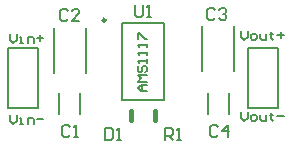
<source format=gbr>
%TF.GenerationSoftware,Altium Limited,Altium Designer,21.4.1 (30)*%
G04 Layer_Color=65535*
%FSLAX45Y45*%
%MOMM*%
%TF.SameCoordinates,540651E0-2A7D-4A38-944B-493F13BEE0D5*%
%TF.FilePolarity,Positive*%
%TF.FileFunction,Legend,Top*%
%TF.Part,Single*%
G01*
G75*
%TA.AperFunction,NonConductor*%
%ADD21C,0.18000*%
%ADD24C,0.25000*%
%ADD25C,0.20000*%
%ADD26C,0.40000*%
D21*
X11107200Y5733000D02*
X11053884D01*
X11027226Y5759658D01*
X11053884Y5786316D01*
X11107200D01*
X11067213D01*
Y5733000D01*
X11107200Y5812974D02*
X11027226D01*
X11053884Y5839632D01*
X11027226Y5866290D01*
X11107200D01*
X11040555Y5946264D02*
X11027226Y5932936D01*
Y5906277D01*
X11040555Y5892948D01*
X11053884D01*
X11067213Y5906277D01*
Y5932936D01*
X11080542Y5946264D01*
X11093871D01*
X11107200Y5932936D01*
Y5906277D01*
X11093871Y5892948D01*
X11107200Y5972923D02*
Y5999581D01*
Y5986252D01*
X11027226D01*
X11040555Y5972923D01*
X11107200Y6039568D02*
Y6066226D01*
Y6052897D01*
X11027226D01*
X11040555Y6039568D01*
X11107200Y6106213D02*
Y6132871D01*
Y6119542D01*
X11027226D01*
X11040555Y6106213D01*
X11027226Y6172858D02*
Y6226174D01*
X11040555D01*
X11093871Y6172858D01*
X11107200D01*
X11905200Y6244774D02*
Y6191458D01*
X11931858Y6164800D01*
X11958516Y6191458D01*
Y6244774D01*
X11998503Y6164800D02*
X12025161D01*
X12038490Y6178129D01*
Y6204787D01*
X12025161Y6218116D01*
X11998503D01*
X11985174Y6204787D01*
Y6178129D01*
X11998503Y6164800D01*
X12065148Y6218116D02*
Y6178129D01*
X12078477Y6164800D01*
X12118464D01*
Y6218116D01*
X12158452Y6231445D02*
Y6218116D01*
X12145123D01*
X12171781D01*
X12158452D01*
Y6178129D01*
X12171781Y6164800D01*
X12211768Y6204787D02*
X12265084D01*
X12238426Y6231445D02*
Y6178129D01*
X11905200Y5558974D02*
Y5505658D01*
X11931858Y5479000D01*
X11958516Y5505658D01*
Y5558974D01*
X11998503Y5479000D02*
X12025161D01*
X12038490Y5492329D01*
Y5518987D01*
X12025161Y5532316D01*
X11998503D01*
X11985174Y5518987D01*
Y5492329D01*
X11998503Y5479000D01*
X12065148Y5532316D02*
Y5492329D01*
X12078477Y5479000D01*
X12118464D01*
Y5532316D01*
X12158452Y5545645D02*
Y5532316D01*
X12145123D01*
X12171781D01*
X12158452D01*
Y5492329D01*
X12171781Y5479000D01*
X12211768Y5518987D02*
X12265084D01*
X9949400Y5533574D02*
Y5480258D01*
X9976058Y5453600D01*
X10002716Y5480258D01*
Y5533574D01*
X10029374Y5453600D02*
X10056032D01*
X10042703D01*
Y5506916D01*
X10029374D01*
X10096019Y5453600D02*
Y5506916D01*
X10136007D01*
X10149336Y5493587D01*
Y5453600D01*
X10175994Y5493587D02*
X10229310D01*
X9949400Y6219374D02*
Y6166058D01*
X9976058Y6139400D01*
X10002716Y6166058D01*
Y6219374D01*
X10029374Y6139400D02*
X10056032D01*
X10042703D01*
Y6192716D01*
X10029374D01*
X10096019Y6139400D02*
Y6192716D01*
X10136007D01*
X10149336Y6179387D01*
Y6139400D01*
X10175994Y6179387D02*
X10229310D01*
X10202652Y6206045D02*
Y6152729D01*
X11007755Y6463484D02*
Y6380177D01*
X11024416Y6363516D01*
X11057739D01*
X11074400Y6380177D01*
Y6463484D01*
X11107723Y6363516D02*
X11141045D01*
X11124384D01*
Y6463484D01*
X11107723Y6446823D01*
X11261755Y5322116D02*
Y5422084D01*
X11311739D01*
X11328400Y5405423D01*
Y5372100D01*
X11311739Y5355439D01*
X11261755D01*
X11295077D02*
X11328400Y5322116D01*
X11361723D02*
X11395045D01*
X11378384D01*
Y5422084D01*
X11361723Y5405423D01*
X10753755Y5422084D02*
Y5322116D01*
X10803739D01*
X10820400Y5338777D01*
Y5405423D01*
X10803739Y5422084D01*
X10753755D01*
X10853723Y5322116D02*
X10887045D01*
X10870384D01*
Y5422084D01*
X10853723Y5405423D01*
X11705439Y5430823D02*
X11688777Y5447484D01*
X11655455D01*
X11638794Y5430823D01*
Y5364177D01*
X11655455Y5347516D01*
X11688777D01*
X11705439Y5364177D01*
X11788745Y5347516D02*
Y5447484D01*
X11738761Y5397500D01*
X11805406D01*
X11680039Y6421423D02*
X11663377Y6438084D01*
X11630055D01*
X11613394Y6421423D01*
Y6354777D01*
X11630055Y6338116D01*
X11663377D01*
X11680039Y6354777D01*
X11713361Y6421423D02*
X11730023Y6438084D01*
X11763345D01*
X11780006Y6421423D01*
Y6404761D01*
X11763345Y6388100D01*
X11746684D01*
X11763345D01*
X11780006Y6371439D01*
Y6354777D01*
X11763345Y6338116D01*
X11730023D01*
X11713361Y6354777D01*
X10435439Y6408723D02*
X10418777Y6425384D01*
X10385455D01*
X10368794Y6408723D01*
Y6342077D01*
X10385455Y6325416D01*
X10418777D01*
X10435439Y6342077D01*
X10535406Y6325416D02*
X10468761D01*
X10535406Y6392061D01*
Y6408723D01*
X10518745Y6425384D01*
X10485423D01*
X10468761Y6408723D01*
X10452100Y5430823D02*
X10435439Y5447484D01*
X10402116D01*
X10385455Y5430823D01*
Y5364177D01*
X10402116Y5347516D01*
X10435439D01*
X10452100Y5364177D01*
X10485423Y5347516D02*
X10518745D01*
X10502084D01*
Y5447484D01*
X10485423Y5430823D01*
D24*
X10757400Y6331700D02*
G03*
X10757400Y6331700I-12500J0D01*
G01*
D25*
X10899150Y5656450D02*
Y6306950D01*
Y5656450D02*
X11249650D01*
Y6306950D01*
X10899150D02*
X11249650D01*
X11574400Y5901504D02*
Y6282124D01*
X11844400Y5901504D02*
Y6282124D01*
X11619400Y5534800D02*
Y5714800D01*
X11799400Y5534800D02*
Y5714800D01*
X10317100Y5888804D02*
Y6269424D01*
X10587100Y5888804D02*
Y6269424D01*
X10362100Y5534800D02*
Y5714800D01*
X10542100Y5534800D02*
Y5714800D01*
X11963400Y5588000D02*
X12217400D01*
X11963400D02*
Y6096000D01*
X12217400D01*
Y5588000D02*
Y6096000D01*
X9931400D02*
X10185400D01*
Y5588000D02*
Y6096000D01*
X9931400Y5588000D02*
X10185400D01*
X9931400D02*
Y6096000D01*
D26*
X11173600Y5486400D02*
Y5566400D01*
X10973900Y5484500D02*
Y5564500D01*
%TF.MD5,6cce2377102114701457934b4968b893*%
M02*

</source>
